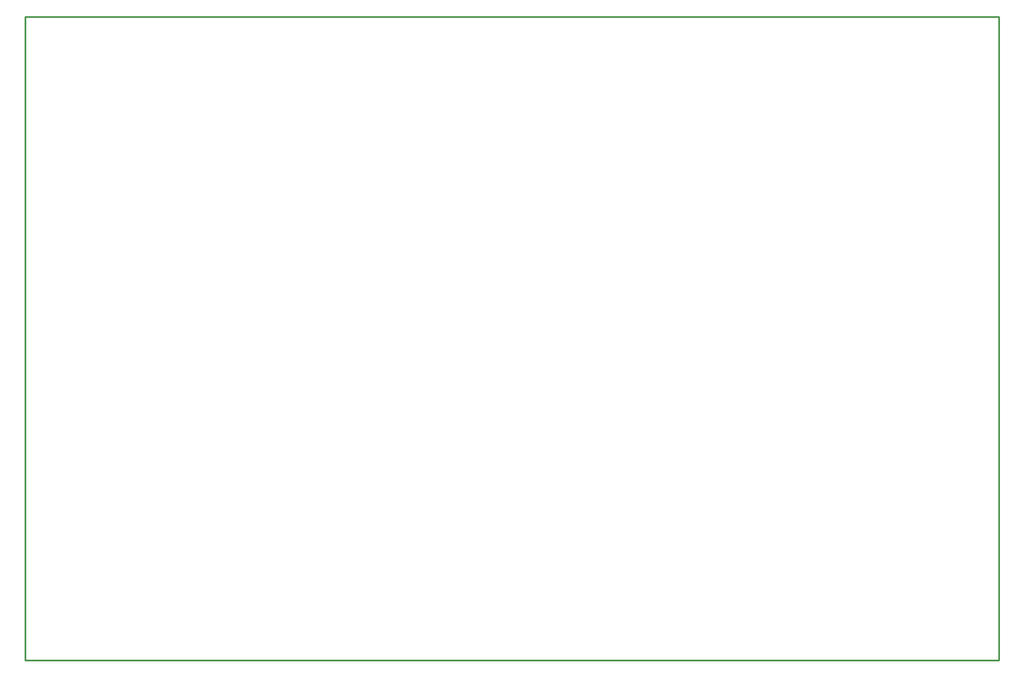
<source format=gm1>
%FSDAX24Y24*%
%MOIN*%
%SFA1B1*%

%IPPOS*%
%ADD15C,0.010000*%
%LNtlinepcb-1*%
%LPD*%
G54D15*
X010827Y010827D02*
Y049213D01*
X068898*
X010827Y010827D02*
X068898D01*
Y049213*
M02*
</source>
